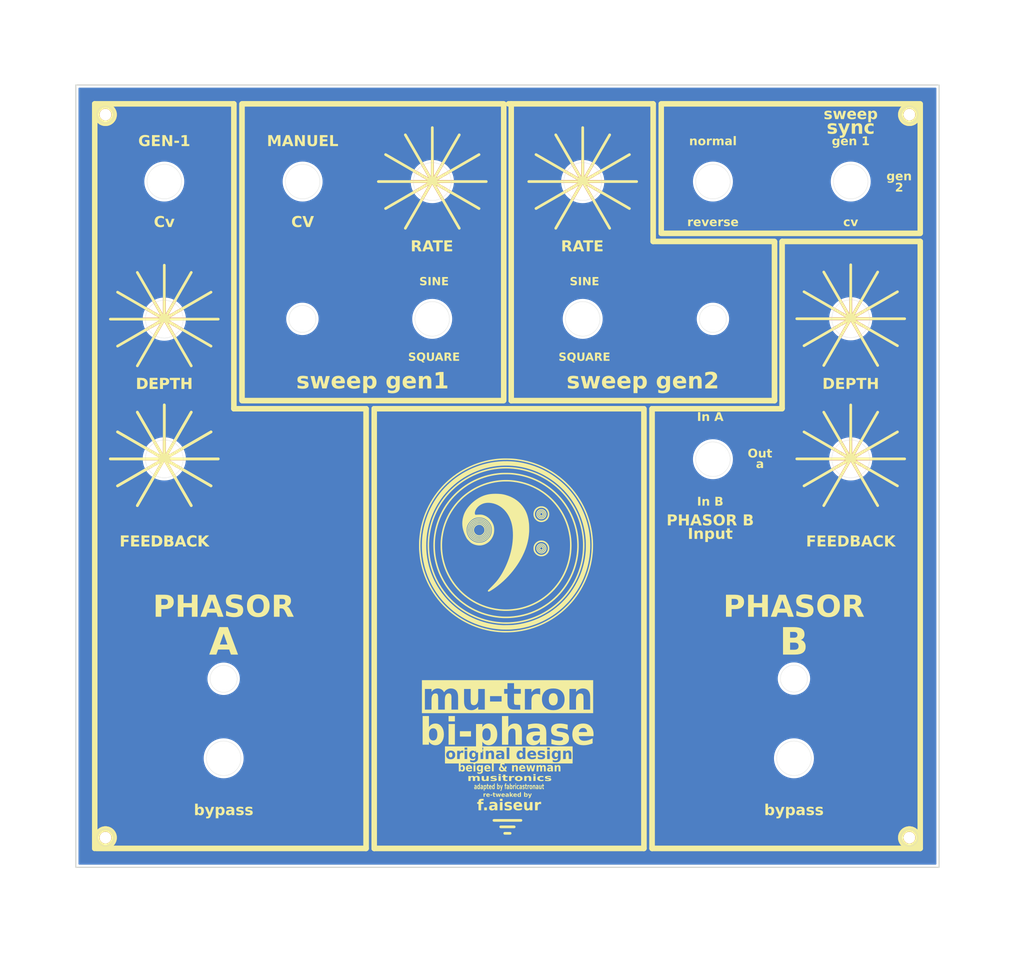
<source format=kicad_pcb>
(kicad_pcb (version 20240108) (generator "pcbnew") (generator_version "8.0")
  (layers (0 "F.Cu" signal) (31 "B.Cu" signal) (34 "B.Paste" user) (35 "F.Paste" user) (36 "B.SilkS" user "B.Silkscreen") (37 "F.SilkS" user "F.Silkscreen") (38 "B.Mask" user) (39 "F.Mask" user) (44 "Edge.Cuts" user))
  (net 0 "")
  (footprint "LOGOS:4cm LOGO kicad" (layer "F.Cu") (at 97.2 102.770798)
    (property "Reference" "G***" (hide yes))
    (property "Value" "LOGO" (hide yes))
  )
  (gr_line (start 25.239746 81.8) (end 42.560254 91.8) (stroke (width 0.5)) (layer "F.Cu"))
  (gr_line (start 152.464746 65.825) (end 169.785254 55.825) (stroke (width 0.5)) (layer "F.Cu"))
  (gr_line (start 96.25 155) (end 98.75 155) (stroke (width 0.5)) (layer "F.Cu"))
  (gr_line (start 72.8 159) (end 72.8 77.5) (stroke (width 1)) (layer "F.Cu"))
  (gr_line (start 46.8 21) (end 21 21) (stroke (width 1)) (layer "F.Cu"))
  (gr_line (start 174 46.5) (end 174 159) (stroke (width 1)) (layer "F.Cu"))
  (gr_line (start 21 21) (end 21 159) (stroke (width 1)) (layer "F.Cu"))
  (gr_line (start 21 21) (end 21 159) (stroke (width 1)) (layer "F.Cu"))
  (gr_line (start 28.9 95.460254) (end 38.9 78.139746) (stroke (width 0.5)) (layer "F.Cu"))
  (gr_line (start 46.8 77.5) (end 46.8 21) (stroke (width 1)) (layer "F.Cu"))
  (gr_circle (center 23 157) (end 24.6 157) (stroke (width 1)) (fill none) (layer "F.Cu"))
  (gr_line (start 156.125 95.460254) (end 166.125 78.139746) (stroke (width 0.5)) (layer "F.Cu"))
  (gr_line (start 71.3 159) (end 71.3 77.5) (stroke (width 1)) (layer "F.Cu"))
  (gr_line (start 71.3 159) (end 71.3 77.5) (stroke (width 1)) (layer "F.Cu"))
  (gr_line (start 152.464746 55.825) (end 169.785254 65.825) (stroke (width 0.5)) (layer "F.Cu"))
  (gr_line (start 73.575 35.4) (end 93.575 35.4) (stroke (width 0.5)) (layer "F.Cu"))
  (gr_line (start 98.2 76) (end 147 76) (stroke (width 1)) (layer "F.Cu"))
  (gr_rect (start 48.3 21) (end 96.8 76) (stroke (width 1)) (fill none) (layer "F.Cu"))
  (gr_line (start 156.125 78.139746) (end 166.125 95.460254) (stroke (width 0.5)) (layer "F.Cu"))
  (gr_line (start 95 153.8) (end 100 153.8) (stroke (width 0.5)) (layer "F.Cu"))
  (gr_line (start 124.3 159) (end 174 159) (stroke (width 1)) (layer "F.Cu"))
  (gr_line (start 25.239746 55.9) (end 42.560254 65.9) (stroke (width 0.5)) (layer "F.Cu"))
  (gr_line (start 152.464746 55.825) (end 169.785254 65.825) (stroke (width 0.5)) (layer "F.Cu"))
  (gr_line (start 147 76) (end 147 46.6) (stroke (width 1)) (layer "F.Cu"))
  (gr_line (start 33.9 76.8) (end 33.9 86.8) (stroke (width 0.5)) (layer "F.Cu"))
  (gr_line (start 46.8 21) (end 21 21) (stroke (width 1)) (layer "F.Cu"))
  (gr_line (start 106.45 44.060254) (end 116.45 26.739746) (stroke (width 0.5)) (layer "F.Cu"))
  (gr_line (start 71.3 159) (end 21.3 159) (stroke (width 1)) (layer "F.Cu"))
  (gr_line (start 25.239746 65.9) (end 42.560254 55.9) (stroke (width 0.5)) (layer "F.Cu"))
  (gr_line (start 147 46.5) (end 124.5 46.5) (stroke (width 1)) (layer "F.Cu"))
  (gr_line (start 97 156.2) (end 98 156.2) (stroke (width 0.5)) (layer "F.Cu"))
  (gr_line (start 174 46.5) (end 148.4 46.5) (stroke (width 1)) (layer "F.Cu"))
  (gr_line (start 152.464746 65.825) (end 169.785254 55.825) (stroke (width 0.5)) (layer "F.Cu"))
  (gr_line (start 98.2 76) (end 147 76) (stroke (width 1)) (layer "F.Cu"))
  (gr_line (start 122.8 159) (end 72.8 159) (stroke (width 1)) (layer "F.Cu"))
  (gr_line (start 23.9 86.8) (end 43.9 86.8) (stroke (width 0.5)) (layer "F.Cu"))
  (gr_line (start 152.464746 91.8) (end 169.785254 81.8) (stroke (width 0.5)) (layer "F.Cu"))
  (gr_line (start 156.125 52.164746) (end 166.125 69.485254) (stroke (width 0.5)) (layer "F.Cu"))
  (gr_circle (center 172 23) (end 173.6 23) (stroke (width 1)) (fill none) (layer "F.Cu"))
  (gr_line (start 152.464746 91.8) (end 169.785254 81.8) (stroke (width 0.5)) (layer "F.Cu"))
  (gr_line (start 102.789746 40.4) (end 120.110254 30.4) (stroke (width 0.5)) (layer "F.Cu"))
  (gr_line (start 124.3 159) (end 174 159) (stroke (width 1)) (layer "F.Cu"))
  (gr_line (start 122.8 159) (end 122.8 77.6) (stroke (width 1)) (layer "F.Cu"))
  (gr_line (start 161.125 50.825) (end 161.125 60.825) (stroke (width 0.5)) (layer "F.Cu"))
  (gr_line (start 124.5 46.5) (end 124.5 21) (stroke (width 1)) (layer "F.Cu"))
  (gr_line (start 28.9 52.239746) (end 38.9 69.560254) (stroke (width 0.5)) (layer "F.Cu"))
  (gr_line (start 151.125 86.8) (end 171.125 86.8) (stroke (width 0.5)) (layer "F.Cu"))
  (gr_line (start 28.9 78.139746) (end 38.9 95.460254) (stroke (width 0.5)) (layer "F.Cu"))
  (gr_line (start 28.9 69.560254) (end 38.9 52.239746) (stroke (width 0.5)) (layer "F.Cu"))
  (gr_line (start 23.9 86.8) (end 43.9 86.8) (stroke (width 0.5)) (layer "F.Cu"))
  (gr_line (start 33.9 76.8) (end 33.9 86.8) (stroke (width 0.5)) (layer "F.Cu"))
  (gr_line (start 97 156.2) (end 98 156.2) (stroke (width 0.5)) (layer "F.Cu"))
  (gr_line (start 46.8 77.5) (end 46.8 21) (stroke (width 1)) (layer "F.Cu"))
  (gr_line (start 74.914746 30.4) (end 92.235254 40.4) (stroke (width 0.5)) (layer "F.Cu"))
  (gr_line (start 106.45 44.060254) (end 116.45 26.739746) (stroke (width 0.5)) (layer "F.Cu"))
  (gr_line (start 151.125 60.825) (end 171.125 60.825) (stroke (width 0.5)) (layer "F.Cu"))
  (gr_line (start 25.239746 65.9) (end 42.560254 55.9) (stroke (width 0.5)) (layer "F.Cu"))
  (gr_line (start 78.575 44.060254) (end 88.575 26.739746) (stroke (width 0.5)) (layer "F.Cu"))
  (gr_line (start 102.789746 30.4) (end 120.110254 40.4) (stroke (width 0.5)) (layer "F.Cu"))
  (gr_line (start 101.45 35.4) (end 121.45 35.4) (stroke (width 0.5)) (layer "F.Cu"))
  (gr_line (start 78.575 44.060254) (end 88.575 26.739746) (stroke (width 0.5)) (layer "F.Cu"))
  (gr_line (start 102.789746 30.4) (end 120.110254 40.4) (stroke (width 0.5)) (layer "F.Cu"))
  (gr_line (start 83.575 25.4) (end 83.575 35.4) (stroke (width 0.5)) (layer "F.Cu"))
  (gr_line (start 122.8 159) (end 72.8 159) (stroke (width 1)) (layer "F.Cu"))
  (gr_line (start 28.9 52.239746) (end 38.9 69.560254) (stroke (width 0.5)) (layer "F.Cu"))
  (gr_line (start 96.25 155) (end 98.75 155) (stroke (width 0.5)) (layer "F.Cu"))
  (gr_line (start 156.125 69.485254) (end 166.125 52.164746) (stroke (width 0.5)) (layer "F.Cu"))
  (gr_line (start 74.914746 40.4) (end 92.235254 30.4) (stroke (width 0.5)) (layer "F.Cu"))
  (gr_line (start 98.2 21) (end 98.2 76) (stroke (width 1)) (layer "F.Cu"))
  (gr_line (start 124.3 77.5) (end 148.4 77.5) (stroke (width 1)) (layer "F.Cu"))
  (gr_line (start 33.9 50.9) (end 33.9 60.9) (stroke (width 0.5)) (layer "F.Cu"))
  (gr_line (start 78.575 26.739746) (end 88.575 44.060254) (stroke (width 0.5)) (layer "F.Cu"))
  (gr_line (start 102.789746 40.4) (end 120.110254 30.4) (stroke (width 0.5)) (layer "F.Cu"))
  (gr_line (start 122.8 77.5) (end 72.8 77.5) (stroke (width 1)) (layer "F.Cu"))
  (gr_rect (start 126 21) (end 174 45) (stroke (width 1)) (fill none) (layer "F.Cu"))
  (gr_circle (center 23 157) (end 24.6 157) (stroke (width 1)) (fill none) (layer "F.Cu"))
  (gr_line (start 156.125 52.164746) (end 166.125 69.485254) (stroke (width 0.5)) (layer "F.Cu"))
  (gr_circle (center 23 23) (end 24.6 23) (stroke (width 1)) (fill none) (layer "F.Cu"))
  (gr_line (start 152.464746 81.8) (end 169.785254 91.8) (stroke (width 0.5)) (layer "F.Cu"))
  (gr_line (start 174 46.5) (end 148.4 46.5) (stroke (width 1)) (layer "F.Cu"))
  (gr_line (start 101.45 35.4) (end 121.45 35.4) (stroke (width 0.5)) (layer "F.Cu"))
  (gr_line (start 124.3 159) (end 124.3 77.5) (stroke (width 1)) (layer "F.Cu"))
  (gr_line (start 161.125 76.8) (end 161.125 86.8) (stroke (width 0.5)) (layer "F.Cu"))
  (gr_line (start 161.125 76.8) (end 161.125 86.8) (stroke (width 0.5)) (layer "F.Cu"))
  (gr_line (start 122.8 159) (end 122.8 77.6) (stroke (width 1)) (layer "F.Cu"))
  (gr_line (start 124.5 46.5) (end 124.5 21) (stroke (width 1)) (layer "F.Cu"))
  (gr_line (start 174 46.5) (end 174 159) (stroke (width 1)) (layer "F.Cu"))
  (gr_line (start 73.575 35.4) (end 93.575 35.4) (stroke (width 0.5)) (layer "F.Cu"))
  (gr_line (start 25.239746 91.8) (end 42.560254 81.8) (stroke (width 0.5)) (layer "F.Cu"))
  (gr_line (start 111.45 25.4) (end 111.45 35.4) (stroke (width 0.5)) (layer "F.Cu"))
  (gr_circle (center 172 23) (end 173.6 23) (stroke (width 1)) (fill none) (layer "F.Cu"))
  (gr_line (start 23.9 60.9) (end 43.9 60.9) (stroke (width 0.5)) (layer "F.Cu"))
  (gr_circle (center 23 23) (end 24.6 23) (stroke (width 1)) (fill none) (layer "F.Cu"))
  (gr_line (start 156.125 69.485254) (end 166.125 52.164746) (stroke (width 0.5)) (layer "F.Cu"))
  (gr_line (start 33.9 50.9) (end 33.9 60.9) (stroke (width 0.5)) (layer "F.Cu"))
  (gr_line (start 28.9 78.139746) (end 38.9 95.460254) (stroke (width 0.5)) (layer "F.Cu"))
  (gr_line (start 156.125 95.460254) (end 166.125 78.139746) (stroke (width 0.5)) (layer "F.Cu"))
  (gr_line (start 28.9 69.560254) (end 38.9 52.239746) (stroke (width 0.5)) (layer "F.Cu"))
  (gr_line (start 151.125 60.825) (end 171.125 60.825) (stroke (width 0.5)) (layer "F.Cu"))
  (gr_line (start 148.4 77.4) (end 148.4 46.5) (stroke (width 1)) (layer "F.Cu"))
  (gr_line (start 98.2 21) (end 98.2 76) (stroke (width 1)) (layer "F.Cu"))
  (gr_line (start 147 76) (end 147 46.6) (stroke (width 1)) (layer "F.Cu"))
  (gr_line (start 111.45 25.4) (end 111.45 35.4) (stroke (width 0.5)) (layer "F.Cu"))
  (gr_line (start 25.239746 55.9) (end 42.560254 65.9) (stroke (width 0.5)) (layer "F.Cu"))
  (gr_line (start 124.3 77.5) (end 148.4 77.5) (stroke (width 1)) (layer "F.Cu"))
  (gr_line (start 97.7 21) (end 124.5 21) (stroke (width 1)) (layer "F.Cu"))
  (gr_rect (start 126 21) (end 174 45) (stroke (width 1)) (fill none) (layer "F.Cu"))
  (gr_line (start 83.575 25.4) (end 83.575 35.4) (stroke (width 0.5)) (layer "F.Cu"))
  (gr_line (start 71.3 77.5) (end 46.8 77.5) (stroke (width 1)) (layer "F.Cu"))
  (gr_line (start 148.4 77.4) (end 148.4 46.5) (stroke (width 1)) (layer "F.Cu"))
  (gr_circle (center 172 157) (end 173.6 157) (stroke (width 1)) (fill none) (layer "F.Cu"))
  (gr_line (start 95 153.8) (end 100 153.8) (stroke (width 0.5)) (layer "F.Cu"))
  (gr_line (start 28.9 95.460254) (end 38.9 78.139746) (stroke (width 0.5)) (layer "F.Cu"))
  (gr_line (start 122.8 77.5) (end 72.8 77.5) (stroke (width 1)) (layer "F.Cu"))
  (gr_line (start 78.575 26.739746) (end 88.575 44.060254) (stroke (width 0.5)) (layer "F.Cu"))
  (gr_line (start 106.45 26.739746) (end 116.45 44.060254) (stroke (width 0.5)) (layer "F.Cu"))
  (gr_line (start 74.914746 40.4) (end 92.235254 30.4) (stroke (width 0.5)) (layer "F.Cu"))
  (gr_line (start 71.3 159) (end 21.3 159) (stroke (width 1)) (layer "F.Cu"))
  (gr_line (start 74.914746 30.4) (end 92.235254 40.4) (stroke (width 0.5)) (layer "F.Cu"))
  (gr_line (start 25.239746 81.8) (end 42.560254 91.8) (stroke (width 0.5)) (layer "F.Cu"))
  (gr_line (start 106.45 26.739746) (end 116.45 44.060254) (stroke (width 0.5)) (layer "F.Cu"))
  (gr_line (start 161.125 50.825) (end 161.125 60.825) (stroke (width 0.5)) (layer "F.Cu"))
  (gr_circle (center 172 157) (end 173.6 157) (stroke (width 1)) (fill none) (layer "F.Cu"))
  (gr_line (start 97.7 21) (end 124.5 21) (stroke (width 1)) (layer "F.Cu"))
  (gr_rect (start 48.3 21) (end 96.8 76) (stroke (width 1)) (fill none) (layer "F.Cu"))
  (gr_line (start 25.239746 91.8) (end 42.560254 81.8) (stroke (width 0.5)) (layer "F.Cu"))
  (gr_line (start 156.125 78.139746) (end 166.125 95.460254) (stroke (width 0.5)) (layer "F.Cu"))
  (gr_line (start 151.125 86.8) (end 171.125 86.8) (stroke (width 0.5)) (layer "F.Cu"))
  (gr_line (start 147 46.5) (end 124.5 46.5) (stroke (width 1)) (layer "F.Cu"))
  (gr_line (start 152.464746 81.8) (end 169.785254 91.8) (stroke (width 0.5)) (layer "F.Cu"))
  (gr_line (start 71.3 77.5) (end 46.8 77.5) (stroke (width 1)) (layer "F.Cu"))
  (gr_line (start 124.3 159) (end 124.3 77.5) (stroke (width 1)) (layer "F.Cu"))
  (gr_line (start 72.8 159) (end 72.8 77.5) (stroke (width 1)) (layer "F.Cu"))
  (gr_line (start 23.9 60.9) (end 43.9 60.9) (stroke (width 0.5)) (layer "F.Cu"))
  (gr_line (start 25.239746 81.8) (end 42.560254 91.8) (stroke (width 0.5)) (layer "F.SilkS"))
  (gr_line (start 71.3 159) (end 71.3 77.5) (stroke (width 1)) (layer "F.SilkS"))
  (gr_line (start 95 153.8) (end 100 153.8) (stroke (width 0.5)) (layer "F.SilkS"))
  (gr_line (start 124.3 159) (end 174 159) (stroke (width 1)) (layer "F.SilkS"))
  (gr_line (start 156.125 78.139746) (end 166.125 95.460254) (stroke (width 0.5)) (layer "F.SilkS"))
  (gr_line (start 71.3 77.5) (end 46.8 77.5) (stroke (width 1)) (layer "F.SilkS"))
  (gr_line (start 98.2 76) (end 147 76) (stroke (width 1)) (layer "F.SilkS"))
  (gr_rect (start 48.3 21) (end 96.8 76) (stroke (width 1)) (fill none) (layer "F.SilkS"))
  (gr_line (start 72.8 159) (end 72.8 77.5) (stroke (width 1)) (layer "F.SilkS"))
  (gr_line (start 124.3 159) (end 174 159) (stroke (width 1)) (layer "F.SilkS"))
  (gr_line (start 106.45 44.060254) (end 116.45 26.739746) (stroke (width 0.5)) (layer "F.SilkS"))
  (gr_line (start 28.9 52.239746) (end 38.9 69.560254) (stroke (width 0.5)) (layer "F.SilkS"))
  (gr_line (start 71.3 159) (end 21.3 159) (stroke (width 1)) (layer "F.SilkS"))
  (gr_line (start 83.575 25.4) (end 83.575 35.4) (stroke (width 0.5)) (layer "F.SilkS"))
  (gr_line (start 101.45 35.4) (end 121.45 35.4) (stroke (width 0.5)) (layer "F.SilkS"))
  (gr_line (start 78.575 44.060254) (end 88.575 26.739746) (stroke (width 0.5)) (layer "F.SilkS"))
  (gr_line (start 46.8 21) (end 21 21) (stroke (width 1)) (layer "F.SilkS"))
  (gr_line (start 122.8 159) (end 122.8 77.6) (stroke (width 1)) (layer "F.SilkS"))
  (gr_line (start 46.8 77.5) (end 46.8 21) (stroke (width 1)) (layer "F.SilkS"))
  (gr_line (start 152.464746 91.8) (end 169.785254 81.8) (stroke (width 0.5)) (layer "F.SilkS"))
  (gr_line (start 152.464746 65.825) (end 169.785254 55.825) (stroke (width 0.5)) (layer "F.SilkS"))
  (gr_line (start 174 46.5) (end 148.4 46.5) (stroke (width 1)) (layer "F.SilkS"))
  (gr_line (start 124.5 46.5) (end 124.5 21) (stroke (width 1)) (layer "F.SilkS"))
  (gr_line (start 25.239746 81.8) (end 42.560254 91.8) (stroke (width 0.5)) (layer "F.SilkS"))
  (gr_line (start 74.914746 30.4) (end 92.235254 40.4) (stroke (width 0.5)) (layer "F.SilkS"))
  (gr_circle (center 23 23) (end 24.6 23) (stroke (width 1)) (fill none) (layer "F.SilkS"))
  (gr_line (start 23.9 60.9) (end 43.9 60.9) (stroke (width 0.5)) (layer "F.SilkS"))
  (gr_line (start 25.239746 91.8) (end 42.560254 81.8) (stroke (width 0.5)) (layer "F.SilkS"))
  (gr_line (start 28.9 69.560254) (end 38.9 52.239746) (stroke (width 0.5)) (layer "F.SilkS"))
  (gr_line (start 147 76) (end 147 46.6) (stroke (width 1)) (layer "F.SilkS"))
  (gr_rect (start 126 21) (end 174 45) (stroke (width 1)) (fill none) (layer "F.SilkS"))
  (gr_line (start 74.914746 40.4) (end 92.235254 30.4) (stroke (width 0.5)) (layer "F.SilkS"))
  (gr_line (start 111.45 25.4) (end 111.45 35.4) (stroke (width 0.5)) (layer "F.SilkS"))
  (gr_line (start 156.125 95.460254) (end 166.125 78.139746) (stroke (width 0.5)) (layer "F.SilkS"))
  (gr_line (start 21 21) (end 21 159) (stroke (width 1)) (layer "F.SilkS"))
  (gr_circle (center 172 23) (end 173.6 23) (stroke (width 1)) (fill none) (layer "F.SilkS"))
  (gr_line (start 174 46.5) (end 174 159) (stroke (width 1)) (layer "F.SilkS"))
  (gr_line (start 78.575 26.739746) (end 88.575 44.060254) (stroke (width 0.5)) (layer "F.SilkS"))
  (gr_line (start 156.125 69.485254) (end 166.125 52.164746) (stroke (width 0.5)) (layer "F.SilkS"))
  (gr_line (start 97.7 21) (end 124.5 21) (stroke (width 1)) (layer "F.SilkS"))
  (gr_circle (center 23 157) (end 24.6 157) (stroke (width 1)) (fill none) (layer "F.SilkS"))
  (gr_line (start 46.8 21) (end 21 21) (stroke (width 1)) (layer "F.SilkS"))
  (gr_line (start 23.9 86.8) (end 43.9 86.8) (stroke (width 0.5)) (layer "F.SilkS"))
  (gr_line (start 98.2 21) (end 98.2 76) (stroke (width 1)) (layer "F.SilkS"))
  (gr_line (start 174 46.5) (end 148.4 46.5) (stroke (width 1)) (layer "F.SilkS"))
  (gr_line (start 148.4 77.4) (end 148.4 46.5) (stroke (width 1)) (layer "F.SilkS"))
  (gr_line (start 122.8 159) (end 72.8 159) (stroke (width 1)) (layer "F.SilkS"))
  (gr_line (start 97.7 21) (end 124.5 21) (stroke (width 1)) (layer "F.SilkS"))
  (gr_circle (center 23 157) (end 24.6 157) (stroke (width 1)) (fill none) (layer "F.SilkS"))
  (gr_line (start 21 21) (end 21 159) (stroke (width 1)) (layer "F.SilkS"))
  (gr_line (start 122.8 159) (end 122.8 77.6) (stroke (width 1)) (layer "F.SilkS"))
  (gr_line (start 25.239746 91.8) (end 42.560254 81.8) (stroke (width 0.5)) (layer "F.SilkS"))
  (gr_line (start 71.3 77.5) (end 46.8 77.5) (stroke (width 1)) (layer "F.SilkS"))
  (gr_line (start 33.9 76.8) (end 33.9 86.8) (stroke (width 0.5)) (layer "F.SilkS"))
  (gr_line (start 98.2 76) (end 147 76) (stroke (width 1)) (layer "F.SilkS"))
  (gr_line (start 156.125 52.164746) (end 166.125 69.485254) (stroke (width 0.5)) (layer "F.SilkS"))
  (gr_line (start 28.9 78.139746) (end 38.9 95.460254) (stroke (width 0.5)) (layer "F.SilkS"))
  (gr_circle (center 23 23) (end 24.6 23) (stroke (width 1)) (fill none) (layer "F.SilkS"))
  (gr_line (start 46.8 77.5) (end 46.8 21) (stroke (width 1)) (layer "F.SilkS"))
  (gr_line (start 102.789746 40.4) (end 120.110254 30.4) (stroke (width 0.5)) (layer "F.SilkS"))
  (gr_line (start 71.3 159) (end 21.3 159) (stroke (width 1)) (layer "F.SilkS"))
  (gr_line (start 147 76) (end 147 46.6) (stroke (width 1)) (layer "F.SilkS"))
  (gr_line (start 25.239746 65.9) (end 42.560254 55.9) (stroke (width 0.5)) (layer "F.SilkS"))
  (gr_line (start 147 46.5) (end 124.5 46.5) (stroke (width 1)) (layer "F.SilkS"))
  (gr_line (start 122.8 77.5) (end 72.8 77.5) (stroke (width 1)) (layer "F.SilkS"))
  (gr_rect (start 48.3 21) (end 96.8 76) (stroke (width 1)) (fill none) (layer "F.SilkS"))
  (gr_line (start 122.8 159) (end 72.8 159) (stroke (width 1)) (layer "F.SilkS"))
  (gr_line (start 73.575 35.4) (end 93.575 35.4) (stroke (width 0.5)) (layer "F.SilkS"))
  (gr_line (start 25.239746 55.9) (end 42.560254 65.9) (stroke (width 0.5)) (layer "F.SilkS"))
  (gr_circle (center 172 157) (end 173.6 157) (stroke (width 1)) (fill none) (layer "F.SilkS"))
  (gr_line (start 151.125 86.8) (end 171.125 86.8) (stroke (width 0.5)) (layer "F.SilkS"))
  (gr_line (start 124.3 77.5) (end 148.4 77.5) (stroke (width 1)) (layer "F.SilkS"))
  (gr_line (start 147 46.5) (end 124.5 46.5) (stroke (width 1)) (layer "F.SilkS"))
  (gr_rect (start 126 21) (end 174 45) (stroke (width 1)) (fill none) (layer "F.SilkS"))
  (gr_line (start 124.3 159) (end 124.3 77.5) (stroke (width 1)) (layer "F.SilkS"))
  (gr_line (start 33.9 76.8) (end 33.9 86.8) (stroke (width 0.5)) (layer "F.SilkS"))
  (gr_line (start 33.9 50.9) (end 33.9 60.9) (stroke (width 0.5)) (layer "F.SilkS"))
  (gr_line (start 152.464746 81.8) (end 169.785254 91.8) (stroke (width 0.5)) (layer "F.SilkS"))
  (gr_line (start 96.25 155) (end 98.75 155) (stroke (width 0.5)) (layer "F.SilkS"))
  (gr_line (start 124.3 159) (end 124.3 77.5) (stroke (width 1)) (layer "F.SilkS"))
  (gr_circle (center 172 157) (end 173.6 157) (stroke (width 1)) (fill none) (layer "F.SilkS"))
  (gr_line (start 106.45 26.739746) (end 116.45 44.060254) (stroke (width 0.5)) (layer "F.SilkS"))
  (gr_line (start 28.9 95.460254) (end 38.9 78.139746) (stroke (width 0.5)) (layer "F.SilkS"))
  (gr_line (start 122.8 77.5) (end 72.8 77.5) (stroke (width 1)) (layer "F.SilkS"))
  (gr_line (start 148.4 77.4) (end 148.4 46.5) (stroke (width 1)) (layer "F.SilkS"))
  (gr_line (start 124.3 77.5) (end 148.4 77.5) (stroke (width 1)) (layer "F.SilkS"))
  (gr_circle (center 172 23) (end 173.6 23) (stroke (width 1)) (fill none) (layer "F.SilkS"))
  (gr_line (start 102.789746 30.4) (end 120.110254 40.4) (stroke (width 0.5)) (layer "F.SilkS"))
  (gr_line (start 28.9 78.139746) (end 38.9 95.460254) (stroke (width 0.5)) (layer "F.SilkS"))
  (gr_line (start 152.464746 55.825) (end 169.785254 65.825) (stroke (width 0.5)) (layer "F.SilkS"))
  (gr_line (start 98.2 21) (end 98.2 76) (stroke (width 1)) (layer "F.SilkS"))
  (gr_line (start 97 156.2) (end 98 156.2) (stroke (width 0.5)) (layer "F.SilkS"))
  (gr_line (start 71.3 159) (end 71.3 77.5) (stroke (width 1)) (layer "F.SilkS"))
  (gr_line (start 151.125 60.825) (end 171.125 60.825) (stroke (width 0.5)) (layer "F.SilkS"))
  (gr_line (start 124.5 46.5) (end 124.5 21) (stroke (width 1)) (layer "F.SilkS"))
  (gr_line (start 161.125 50.825) (end 161.125 60.825) (stroke (width 0.5)) (layer "F.SilkS"))
  (gr_line (start 174 46.5) (end 174 159) (stroke (width 1)) (layer "F.SilkS"))
  (gr_line (start 161.125 76.8) (end 161.125 86.8) (stroke (width 0.5)) (layer "F.SilkS"))
  (gr_line (start 23.9 86.8) (end 43.9 86.8) (stroke (width 0.5)) (layer "F.SilkS"))
  (gr_line (start 28.9 95.460254) (end 38.9 78.139746) (stroke (width 0.5)) (layer "F.SilkS"))
  (gr_line (start 72.8 159) (end 72.8 77.5) (stroke (width 1)) (layer "F.SilkS"))
  (gr_circle (center 135.585 35.4) (end 138.785 35.4) (stroke (width 0.05)) (fill none) (layer "Edge.Cuts"))
  (gr_circle (center 172 157) (end 173.6 157) (stroke (width 0.05)) (fill none) (layer "Edge.Cuts"))
  (gr_circle (center 83.555 60.85) (end 86.755 60.85) (stroke (width 0.05)) (fill none) (layer "Edge.Cuts"))
  (gr_circle (center 33.9 35.4) (end 37.1 35.4) (stroke (width 0.05)) (fill none) (layer "Edge.Cuts"))
  (gr_circle (center 135.585 86.857893) (end 138.785 86.857893) (stroke (width 0.05)) (fill none) (layer "Edge.Cuts"))
  (gr_circle (center 111.45 35.4) (end 114.95 35.4) (stroke (width 0.05)) (fill none) (layer "Edge.Cuts"))
  (gr_circle (center 150.6 127.517893) (end 153.1 127.517893) (stroke (width 0.05)) (fill none) (layer "Edge.Cuts"))
  (gr_circle (center 111.45 60.85) (end 114.65 60.85) (stroke (width 0.05)) (fill none) (layer "Edge.Cuts"))
  (gr_circle (center 44.9 127.552893) (end 47.4 127.552893) (stroke (width 0.05)) (fill none) (layer "Edge.Cuts"))
  (gr_circle (center 59.5 60.85) (end 62 60.85) (stroke (width 0.05)) (fill none) (layer "Edge.Cuts"))
  (gr_circle (center 161.125 86.8) (end 164.625 86.8) (stroke (width 0.05)) (fill none) (layer "Edge.Cuts"))
  (gr_circle (center 161.125 35.4) (end 164.325 35.4) (stroke (width 0.05)) (fill none) (layer "Edge.Cuts"))
  (gr_circle (center 23 23) (end 24.6 23) (stroke (width 0.05)) (fill none) (layer "Edge.Cuts"))
  (gr_circle (center 150.6 142.292893) (end 153.8 142.292893) (stroke (width 0.05)) (fill none) (layer "Edge.Cuts"))
  (gr_circle (center 172 23) (end 173.6 23) (stroke (width 0.05)) (fill none) (layer "Edge.Cuts"))
  (gr_circle (center 33.9 60.9) (end 37.4 60.9) (stroke (width 0.05)) (fill none) (layer "Edge.Cuts"))
  (gr_circle (center 135.585 60.85) (end 138.085 60.85) (stroke (width 0.05)) (fill none) (layer "Edge.Cuts"))
  (gr_circle (center 23 157) (end 24.6 157) (stroke (width 0.05)) (fill none) (layer "Edge.Cuts"))
  (gr_circle (center 33.9 86.8) (end 37.4 86.8) (stroke (width 0.05)) (fill none) (layer "Edge.Cuts"))
  (gr_circle (center 59.54 35.4) (end 62.74 35.4) (stroke (width 0.05)) (fill none) (layer "Edge.Cuts"))
  (gr_circle (center 44.9 142.292893) (end 48.1 142.292893) (stroke (width 0.05)) (fill none) (layer "Edge.Cuts"))
  (gr_circle (center 83.575 35.4) (end 87.075 35.4) (stroke (width 0.05)) (fill none) (layer "Edge.Cuts"))
  (gr_circle (center 161.125 60.825) (end 164.625 60.825) (stroke (width 0.05)) (fill none) (layer "Edge.Cuts"))
  (gr_rect (start 17.5 17.5) (end 177.5 162.5) (stroke (width 0.2)) (fill none) (layer "Edge.Cuts"))
  (gr_text "mu-tron" (at 97.5 131.2 0) (layer "F.Cu" knockout) (effects (font (size 5 5) (thickness 0.4) (bold yes))))
  (gr_text "PHASOR" (at 44.9 114.4 0) (layer "F.Cu") (effects (font (size 4 4) (thickness 0.4) (bold yes))))
  (gr_text "DEPTH" (at 161.125 73 0) (layer "F.Cu") (effects (font (size 2 2) (thickness 0.4) (bold yes))))
  (gr_text "musitronics" (at 97.9 146 0) (layer "F.Cu") (effects (font (size 1.2 1.7) (thickness 0.3) (bold yes))))
  (gr_text "sweep gen2" (at 122.6 72.5 0) (layer "F.Cu") (effects (font (size 3 3) (thickness 0.4) (bold yes))))
  (gr_text "sweep gen1" (at 72.5 72.5 0) (layer "F.Cu") (effects (font (size 3 3) (thickness 0.4) (bold yes))))
  (gr_text "FEEDBACK" (at 33.9 102.2 0) (layer "F.Cu") (effects (font (size 2 2) (thickness 0.4) (bold yes))))
  (gr_text "musitronics" (at 97.9 146 0) (layer "F.Cu") (effects (font (size 1.2 1.7) (thickness 0.3) (bold yes))))
  (gr_text "sweep" (at 161.125 23 0) (layer "F.Cu") (effects (font (size 2 2) (thickness 0.4) (bold yes))))
  (gr_text "adapted by fabricastronaut\n" (at 97.8 147.6 0) (layer "F.Cu") (effects (font (size 1 0.6) (thickness 0.1) (bold yes))))
  (gr_text "CV" (at 59.54 43 0) (layer "F.Cu") (effects (font (size 2 2) (thickness 0.4) (bold yes))))
  (gr_text "FEEDBACK" (at 161.125 102.2 0) (layer "F.Cu") (effects (font (size 2 2) (thickness 0.4) (bold yes))))
  (gr_text "bi-phase" (at 97.5 137.7 0) (layer "F.Cu") (effects (font (size 5 4.8) (thickness 0.4) (bold yes))))
  (gr_text "FEEDBACK" (at 33.9 102.2 0) (layer "F.Cu") (effects (font (size 2 2) (thickness 0.4) (bold yes))))
  (gr_text "2" (at 170.1 36.6 0) (layer "F.Cu") (effects (font (size 1.6 1.6) (thickness 0.4) (bold yes))))
  (gr_text "normal" (at 135.585 28 0) (layer "F.Cu") (effects (font (size 1.6 1.6) (thickness 0.4) (bold yes))))
  (gr_text "In A" (at 135.085 79.1 0) (layer "F.Cu") (effects (font (size 1.6 1.6) (thickness 0.4) (bold yes))))
  (gr_text "sweep gen1" (at 72.5 72.5 0) (layer "F.Cu") (effects (font (size 3 3) (thickness 0.4) (bold yes))))
  (gr_text "adapted by fabricastronaut\n" (at 97.8 147.6 0) (layer "F.Cu") (effects (font (size 1 0.6) (thickness 0.1) (bold yes))))
  (gr_text "B" (at 150.6 121 0) (layer "F.Cu") (effects (font (size 5 5) (thickness 0.4) (bold yes))))
  (gr_text "Cv" (at 33.9 43 0) (layer "F.Cu") (effects (font (size 2 2) (thickness 0.4) (bold yes))))
  (gr_text "A" (at 44.9 121 0) (layer "F.Cu") (effects (font (size 5 5) (thickness 0.4) (bold yes))))
  (gr_text "re-tweaked by" (at 97.5 149.1 0) (layer "F.Cu") (effects (font (size 0.8 0.8) (thickness 0.15) (bold yes))))
  (gr_text "bi-phase" (at 97.5 137.7 0) (layer "F.Cu") (effects (font (size 5 4.8) (thickness 0.4) (bold yes))))
  (gr_text "PHASOR" (at 150.6 114.4 0) (layer "F.Cu") (effects (font (size 4 4) (thickness 0.4) (bold yes))))
  (gr_text "Input" (at 135.085 100.8 0) (layer "F.Cu") (effects (font (size 2 2) (thickness 0.4) (bold yes))))
  (gr_text "SQUARE" (at 83.89 68 0) (layer "F.Cu") (effects (font (size 1.5 1.5) (thickness 0.375) (bold yes))))
  (gr_text "PHASOR" (at 44.9 114.4 0) (layer "F.Cu") (effects (font (size 4 4) (thickness 0.4) (bold yes))))
  (gr_text "DEPTH" (at 161.125 73 0) (layer "F.Cu") (effects (font (size 2 2) (thickness 0.4) (bold yes))))
  (gr_text "B" (at 150.6 121 0) (layer "F.Cu") (effects (font (size 5 5) (thickness 0.4) (bold yes))))
  (gr_text "cv" (at 161.125 43 0) (layer "F.Cu") (effects (font (size 1.6 1.6) (thickness 0.4) (bold yes))))
  (gr_text "original design" (at 97.8 141.6 0) (layer "F.Cu" knockout) (effects (font (size 2 2) (thickness 0.4) (bold yes))))
  (gr_text "PHASOR B" (at 135.085 98.3 0) (layer "F.Cu") (effects (font (size 2 2) (thickness 0.4) (bold yes))))
  (gr_text "bypass" (at 150.6 152 0) (layer "F.Cu") (effects (font (size 2 2) (thickness 0.4) (bold yes))))
  (gr_text "In B" (at 135.085 94.8 0) (layer "F.Cu") (effects (font (size 1.6 1.6) (thickness 0.4) (bold yes))))
  (gr_text "MANUEL" (at 59.54 28 0) (layer "F.Cu") (effects (font (size 2 2) (thickness 0.4) (bold yes))))
  (gr_text "FEEDBACK" (at 161.125 102.2 0) (layer "F.Cu") (effects (font (size 2 2) (thickness 0.4) (bold yes))))
  (gr_text "DEPTH" (at 33.9 73 0) (layer "F.Cu") (effects (font (size 2 2) (thickness 0.4) (bold yes))))
  (gr_text "beigel & newman" (at 97.9 144.1 0) (layer "F.Cu") (effects (font (size 1.5 1.4) (thickness 0.25) (bold yes))))
  (gr_text "mu-tron" (at 97.5 131.2 0) (layer "F.Cu" knockout) (effects (font (size 5 5) (thickness 0.4) (bold yes))))
  (gr_text "RATE" (at 111.375 47.5 0) (layer "F.Cu") (effects (font (size 2 2) (thickness 0.4) (bold yes))))
  (gr_text "DEPTH" (at 33.9 73 0) (layer "F.Cu") (effects (font (size 2 2) (thickness 0.4) (bold yes))))
  (gr_text "RATE" (at 83.5 47.5 0) (layer "F.Cu") (effects (font (size 2 2) (thickness 0.4) (bold yes))))
  (gr_text "SQUARE" (at 111.77 68 0) (layer "F.Cu") (effects (font (size 1.5 1.5) (thickness 0.375) (bold yes))))
  (gr_text "SINE" (at 111.78 54 0) (layer "F.Cu") (effects (font (size 1.5 1.5) (thickness 0.375) (bold yes))))
  (gr_text "f.aiseur" (at 97.8 151.1 0) (layer "F.Cu") (effects (font (size 2 2) (thickness 0.25))))
  (gr_text "a" (at 144.3 87.832893 0) (layer "F.Cu") (effects (font (size 1.6 1.6) (thickness 0.4) (bold yes))))
  (gr_text "gen 1" (at 161.125 28 0) (layer "F.Cu") (effects (font (size 1.6 1.6) (thickness 0.4) (bold yes))))
  (gr_text "f.aiseur" (at 97.8 151.1 0) (layer "F.Cu") (effects (font (size 2 2) (thickness 0.25))))
  (gr_text "RATE" (at 83.5 47.5 0) (layer "F.Cu") (effects (font (size 2 2) (thickness 0.4) (bold yes))))
  (gr_text "gen" (at 170.1 34.5 0) (layer "F.Cu") (effects (font (size 1.6 1.6) (thickness 0.4) (bold yes))))
  (gr_text "PHASOR" (at 150.6 114.4 0) (layer "F.Cu") (effects (font (size 4 4) (thickness 0.4) (bold yes))))
  (gr_text "sweep gen2" (at 122.6 72.5 0) (layer "F.Cu") (effects (font (size 3 3) (thickness 0.4) (bold yes))))
  (gr_text "sync" (at 161.125 25.5 0) (layer "F.Cu") (effects (font (size 2.5 2.5) (thickness 0.4) (bold yes))))
  (gr_text "reverse" (at 135.585 43 0) (layer "F.Cu") (effects (font (size 1.6 1.6) (thickness 0.4) (bold yes))))
  (gr_text "Out" (at 144.3 85.882893 0) (layer "F.Cu") (effects (font (size 1.6 1.6) (thickness 0.4) (bold yes))))
  (gr_text "bypass" (at 44.9 152 0) (layer "F.Cu") (effects (font (size 2 2) (thickness 0.4) (bold yes))))
  (gr_text "A" (at 44.9 121 0) (layer "F.Cu") (effects (font (size 5 5) (thickness 0.4) (bold yes))))
  (gr_text "GEN-1" (at 33.9 28 0) (layer "F.Cu") (effects (font (size 2 2) (thickness 0.4) (bold yes))))
  (gr_text "original design" (at 97.8 141.6 0) (layer "F.Cu" knockout) (effects (font (size 2 2) (thickness 0.4) (bold yes))))
  (gr_text "re-tweaked by" (at 97.5 149.1 0) (layer "F.Cu") (effects (font (size 0.8 0.8) (thickness 0.15) (bold yes))))
  (gr_text "RATE" (at 111.375 47.5 0) (layer "F.Cu") (effects (font (size 2 2) (thickness 0.4) (bold yes))))
  (gr_text "SINE" (at 83.9 54 0) (layer "F.Cu") (effects (font (size 1.5 1.5) (thickness 0.375) (bold yes))))
  (gr_text "B" (at 150.6 121 0) (layer "F.SilkS") (effects (font (size 5 5) (thickness 0.4) (bold yes))))
  (gr_text "a" (at 144.3 87.832893 0) (layer "F.SilkS") (effects (font (size 1.6 1.6) (thickness 0.4) (bold yes))))
  (gr_text "musitronics" (at 97.9 146 0) (layer "F.SilkS") (effects (font (size 1.2 1.7) (thickness 0.3) (bold yes))))
  (gr_text "FEEDBACK" (at 33.9 102.2 0) (layer "F.SilkS") (effects (font (size 2 2) (thickness 0.4) (bold yes))))
  (gr_text "Input" (at 135.085 100.8 0) (layer "F.SilkS") (effects (font (size 2 2) (thickness 0.4) (bold yes))))
  (gr_text "bi-phase" (at 97.5 137.7 0) (layer "F.SilkS") (effects (font (size 5 4.8) (thickness 0.4) (bold yes))))
  (gr_text "Cv" (at 33.9 43 0) (layer "F.SilkS") (effects (font (size 2 2) (thickness 0.4) (bold yes))))
  (gr_text "gen" (at 170.1 34.5 0) (layer "F.SilkS") (effects (font (size 1.6 1.6) (thickness 0.4) (bold yes))))
  (gr_text "RATE" (at 111.375 47.5 0) (layer "F.SilkS") (effects (font (size 2 2) (thickness 0.4) (bold yes))))
  (gr_text "Out" (at 144.3 85.882893 0) (layer "F.SilkS") (effects (font (size 1.6 1.6) (thickness 0.4) (bold yes))))
  (gr_text "sweep" (at 161.125 23 0) (layer "F.SilkS") (effects (font (size 2 2) (thickness 0.4) (bold yes))))
  (gr_text "mu-tron" (at 97.5 131.2 0) (layer "F.SilkS" knockout) (effects (font (size 5 5) (thickness 0.4) (bold yes))))
  (gr_text "SQUARE" (at 111.77 68 0) (layer "F.SilkS") (effects (font (size 1.5 1.5) (thickness 0.375) (bold yes))))
  (gr_text "original design" (at 97.8 141.6 0) (layer "F.SilkS" knockout) (effects (font (size 2 2) (thickness 0.4) (bold yes))))
  (gr_text "adapted by fabricastronaut\n" (at 97.8 147.6 0) (layer "F.SilkS") (effects (font (size 1 0.6) (thickness 0.1) (bold yes))))
  (gr_text "sweep gen1" (at 72.5 72.5 0) (layer "F.SilkS") (effects (font (size 3 3) (thickness 0.4) (bold yes))))
  (gr_text "DEPTH" (at 33.9 73 0) (layer "F.SilkS") (effects (font (size 2 2) (thickness 0.4) (bold yes))))
  (gr_text "PHASOR B" (at 135.085 98.3 0) (layer "F.SilkS") (effects (font (size 2 2) (thickness 0.4) (bold yes))))
  (gr_text "sync" (at 161.125 25.5 0) (layer "F.SilkS") (effects (font (size 2.5 2.5) (thickness 0.4) (bold yes))))
  (gr_text "reverse" (at 135.585 43 0) (layer "F.SilkS") (effects (font (size 1.6 1.6) (thickness 0.4) (bold yes))))
  (gr_text "SQUARE" (at 83.89 68 0) (layer "F.SilkS") (effects (font (size 1.5 1.5) (thickness 0.375) (bold yes))))
  (gr_text "A" (at 44.9 121 0) (layer "F.SilkS") (effects (font (size 5 5) (thickness 0.4) (bold yes))))
  (gr_text "SINE" (at 111.78 54 0) (layer "F.SilkS") (effects (font (size 1.5 1.5) (thickness 0.375) (bold yes))))
  (gr_text "FEEDBACK" (at 161.125 102.2 0) (layer "F.SilkS") (effects (font (size 2 2) (thickness 0.4) (bold yes))))
  (gr_text "sweep gen2" (at 122.6 72.5 0) (layer "F.SilkS") (effects (font (size 3 3) (thickness 0.4) (bold yes))))
  (gr_text "RATE" (at 83.5 47.5 0) (layer "F.SilkS") (effects (font (size 2 2) (thickness 0.4) (bold yes))))
  (gr_text "FEEDBACK" (at 33.9 102.2 0) (layer "F.SilkS") (effects (font (size 2 2) (thickness 0.4) (bold yes))))
  (gr_text "GEN-1" (at 33.9 28 0) (layer "F.SilkS") (effects (font (size 2 2) (thickness 0.4) (bold yes))))
  (gr_text "In A" (at 135.085 79.1 0) (layer "F.SilkS") (effects (font (size 1.6 1.6) (thickness 0.4) (bold yes))))
  (gr_text "DEPTH" (at 161.125 73 0) (layer "F.SilkS") (effects (font (size 2 2) (thickness 0.4) (bold yes))))
  (gr_text "CV" (at 59.54 43 0) (layer "F.SilkS") (effects (font (size 2 2) (thickness 0.4) (bold yes))))
  (gr_text "re-tweaked by" (at 97.5 149.1 0) (layer "F.SilkS") (effects (font (size 0.8 0.8) (thickness 0.15) (bold yes))))
  (gr_text "DEPTH" (at 33.9 73 0) (layer "F.SilkS") (effects (font (size 2 2) (thickness 0.4) (bold yes))))
  (gr_text "In B" (at 135.085 94.8 0) (layer "F.SilkS") (effects (font (size 1.6 1.6) (thickness 0.4) (bold yes))))
  (gr_text "bypass" (at 44.9 152 0) (layer "F.SilkS") (effects (font (size 2 2) (thickness 0.4) (bold yes))))
  (gr_text "MANUEL" (at 59.54 28 0) (layer "F.SilkS") (effects (font (size 2 2) (thickness 0.4) (bold yes))))
  (gr_text "bypass" (at 150.6 152 0) (layer "F.SilkS") (effects (font (size 2 2) (thickness 0.4) (bold yes))))
  (gr_text "SINE" (at 83.9 54 0) (layer "F.SilkS") (effects (font (size 1.5 1.5) (thickness 0.375) (bold yes))))
  (gr_text "2" (at 170.1 36.6 0) (layer "F.SilkS") (effects (font (size 1.6 1.6) (thickness 0.4) (bold yes))))
  (gr_text "normal" (at 135.585 28 0) (layer "F.SilkS") (effects (font (size 1.6 1.6) (thickness 0.4) (bold yes))))
  (gr_text "gen 1" (at 161.125 28 0) (layer "F.SilkS") (effects (font (size 1.6 1.6) (thickness 0.4) (bold yes))))
  (gr_text "PHASOR" (at 44.9 114.4 0) (layer "F.SilkS") (effects (font (size 4 4) (thickness 0.4) (bold yes))))
  (gr_text "beigel & newman" (at 97.9 144.1 0) (layer "F.SilkS") (effects (font (size 1.5 1.4) (thickness 0.25) (bold yes))))
  (gr_text "PHASOR" (at 150.6 114.4 0) (layer "F.SilkS") (effects (font (size 4 4) (thickness 0.4) (bold yes))))
  (gr_text "cv" (at 161.125 43 0) (layer "F.SilkS") (effects (font (size 1.6 1.6) (thickness 0.4) (bold yes))))
  (gr_text "f.aiseur" (at 97.8 151.1 0) (layer "F.SilkS") (effects (font (size 2 2) (thickness 0.25))))
  (zone (net 0) (net_name "") (layer "B.Cu") (connect_pads (clearance 0.5)) (min_thickness 0.25) (fill yes (thermal_gap 0.5) (thermal_bridge_width 0.5) (island_removal_mode 1) (island_area_min 10))
    (polygon (pts (xy 180.6 16.9) (xy 180.6 164) (xy 178.2 166.4) (xy 16 166.4) (xy 14.3 164.7) (xy 14.3 18.9) (xy 16.3 16.9) (xy 16.4 16.9)))
  )
)
</source>
